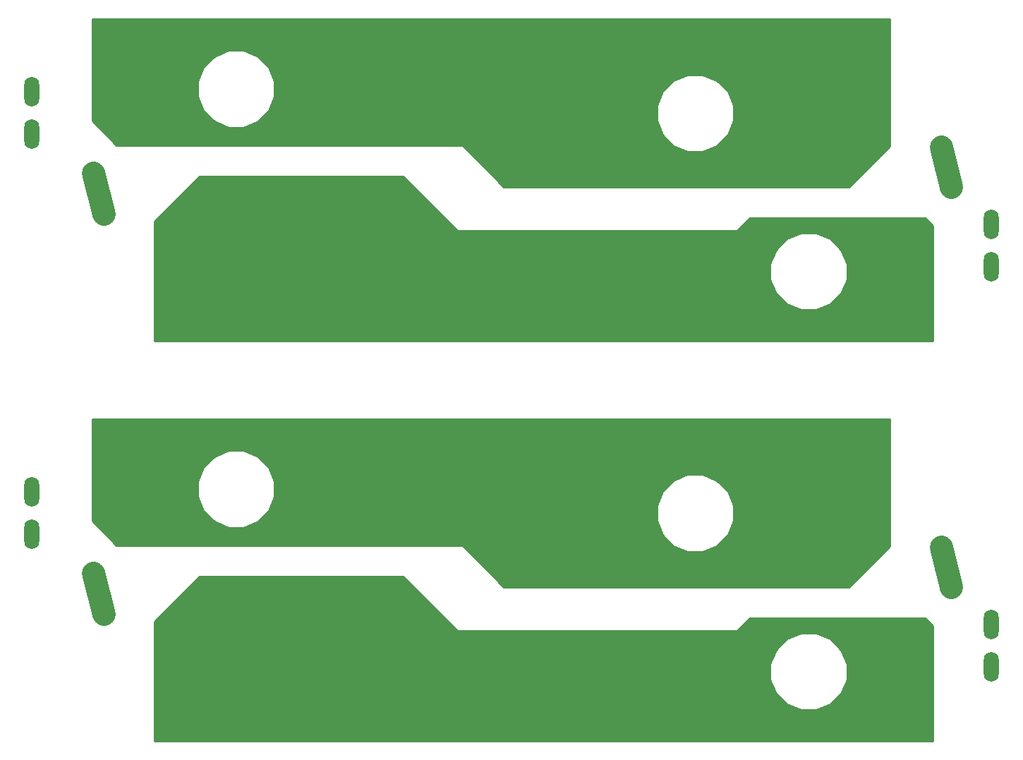
<source format=gbr>
G04 #@! TF.GenerationSoftware,KiCad,Pcbnew,(5.0.0)*
G04 #@! TF.CreationDate,2019-02-27T15:58:09+02:00*
G04 #@! TF.ProjectId,tp_x2_EKA,74705F78325F454B412E6B696361645F,3*
G04 #@! TF.SameCoordinates,Original*
G04 #@! TF.FileFunction,Copper,L2,Bot,Signal*
G04 #@! TF.FilePolarity,Positive*
%FSLAX46Y46*%
G04 Gerber Fmt 4.6, Leading zero omitted, Abs format (unit mm)*
G04 Created by KiCad (PCBNEW (5.0.0)) date 02/27/19 15:58:09*
%MOMM*%
%LPD*%
G01*
G04 APERTURE LIST*
G04 #@! TA.AperFunction,ComponentPad*
%ADD10O,1.800000X3.600000*%
G04 #@! TD*
G04 #@! TA.AperFunction,ComponentPad*
%ADD11O,3.600000X1.800000*%
G04 #@! TD*
G04 #@! TA.AperFunction,ComponentPad*
%ADD12O,8.800000X2.800000*%
G04 #@! TD*
G04 #@! TA.AperFunction,ComponentPad*
%ADD13C,2.800000*%
G04 #@! TD*
G04 #@! TA.AperFunction,Conductor*
%ADD14C,2.800000*%
G04 #@! TD*
G04 #@! TA.AperFunction,ComponentPad*
%ADD15C,2.499360*%
G04 #@! TD*
G04 #@! TA.AperFunction,Conductor*
%ADD16C,0.254000*%
G04 #@! TD*
G04 APERTURE END LIST*
D10*
G04 #@! TO.P,X14,1*
G04 #@! TO.N,/CTRL3B*
X214500000Y-120360000D03*
X214500000Y-125440000D03*
G04 #@! TD*
D11*
G04 #@! TO.P,X26,1*
G04 #@! TO.N,/PH3*
X140660000Y-103900000D03*
X145740000Y-103900000D03*
G04 #@! TD*
D12*
G04 #@! TO.P,V2.1,3*
G04 #@! TO.N,/PH3*
X113619236Y-108634980D03*
D13*
G04 #@! TO.P,V2.1,1*
G04 #@! TO.N,/LD3*
X118307528Y-119296590D03*
D14*
G04 #@! TD*
G04 #@! TO.N,/LD3*
G04 #@! TO.C,V2.1*
X116261533Y-121490651D02*
X120353523Y-117102529D01*
D13*
G04 #@! TO.P,V2.1,2*
G04 #@! TO.N,Net-(D1-Pad1)*
X107389270Y-116635452D03*
D14*
G04 #@! TD*
G04 #@! TO.N,Net-(D1-Pad1)*
G04 #@! TO.C,V2.1*
X106784465Y-114209713D02*
X107994075Y-119061191D01*
D12*
G04 #@! TO.P,V2.2,3*
G04 #@! TO.N,/LD3*
X202880764Y-121465020D03*
D13*
G04 #@! TO.P,V2.2,1*
G04 #@! TO.N,/PH3*
X198192472Y-110803410D03*
D14*
G04 #@! TD*
G04 #@! TO.N,/PH3*
G04 #@! TO.C,V2.2*
X200238467Y-108609349D02*
X196146477Y-112997471D01*
D13*
G04 #@! TO.P,V2.2,2*
G04 #@! TO.N,Net-(D2-Pad1)*
X209110730Y-113464548D03*
D14*
G04 #@! TD*
G04 #@! TO.N,Net-(D2-Pad1)*
G04 #@! TO.C,V2.2*
X209715535Y-115890287D02*
X208505925Y-111038809D01*
D11*
G04 #@! TO.P,X6,1*
G04 #@! TO.N,/LD3*
X171040000Y-125000000D03*
X165960000Y-125000000D03*
G04 #@! TD*
D15*
G04 #@! TO.P,H1,1*
G04 #@! TO.N,/LD3*
X185000000Y-124000000D03*
G04 #@! TD*
G04 #@! TO.P,H1,1*
G04 #@! TO.N,/LD3*
X179000000Y-131000000D03*
G04 #@! TD*
G04 #@! TO.P,H1,1*
G04 #@! TO.N,/LD3*
X161000000Y-131000000D03*
G04 #@! TD*
G04 #@! TO.P,H1,1*
G04 #@! TO.N,/LD3*
X126000000Y-119000000D03*
G04 #@! TD*
G04 #@! TO.P,H1,1*
G04 #@! TO.N,/LD3*
X131000000Y-129000000D03*
G04 #@! TD*
G04 #@! TO.P,H2,1*
G04 #@! TO.N,/PH3*
X190000000Y-111000000D03*
G04 #@! TD*
G04 #@! TO.P,H1,1*
G04 #@! TO.N,/LD3*
X200000000Y-128000000D03*
G04 #@! TD*
G04 #@! TO.P,H2,1*
G04 #@! TO.N,/PH3*
X197000000Y-104000000D03*
G04 #@! TD*
D10*
G04 #@! TO.P,X17,1*
G04 #@! TO.N,/CTRL3A*
X99400000Y-109500000D03*
X99400000Y-104420000D03*
G04 #@! TD*
D13*
G04 #@! TO.P,X5,1*
G04 #@! TO.N,/PH3*
X168000000Y-108000000D03*
X163000000Y-108000000D03*
X158000000Y-108000000D03*
X168000000Y-100900000D03*
X163000000Y-100900000D03*
X158000000Y-100900000D03*
G04 #@! TD*
G04 #@! TO.P,X4,1*
G04 #@! TO.N,/LD3*
X142500000Y-124000000D03*
X147500000Y-124000000D03*
X152500000Y-124000000D03*
X142500000Y-131100000D03*
X147500000Y-131100000D03*
X152500000Y-131100000D03*
G04 #@! TD*
D15*
G04 #@! TO.P,H1,1*
G04 #@! TO.N,/LD3*
X119000000Y-127000000D03*
G04 #@! TD*
G04 #@! TO.P,H2,1*
G04 #@! TO.N,/PH3*
X151000000Y-99000000D03*
G04 #@! TD*
G04 #@! TO.P,H2,1*
G04 #@! TO.N,/PH3*
X133000000Y-99000000D03*
G04 #@! TD*
G04 #@! TO.P,H2,1*
G04 #@! TO.N,/PH3*
X187000000Y-99000000D03*
G04 #@! TD*
G04 #@! TO.P,H2,1*
G04 #@! TO.N,/PH3*
X115000000Y-101000000D03*
G04 #@! TD*
G04 #@! TO.P,H2,1*
G04 #@! TO.N,/PH1*
X115000000Y-53000000D03*
G04 #@! TD*
G04 #@! TO.P,H2,1*
G04 #@! TO.N,/PH1*
X133000000Y-51000000D03*
G04 #@! TD*
G04 #@! TO.P,H2,1*
G04 #@! TO.N,/PH1*
X151000000Y-51000000D03*
G04 #@! TD*
G04 #@! TO.P,H2,1*
G04 #@! TO.N,/PH1*
X187000000Y-51000000D03*
G04 #@! TD*
G04 #@! TO.P,H2,1*
G04 #@! TO.N,/PH1*
X190000000Y-63000000D03*
G04 #@! TD*
G04 #@! TO.P,H1,1*
G04 #@! TO.N,/LD1*
X200000000Y-80000000D03*
G04 #@! TD*
G04 #@! TO.P,H1,1*
G04 #@! TO.N,/LD1*
X185000000Y-76000000D03*
G04 #@! TD*
G04 #@! TO.P,H1,1*
G04 #@! TO.N,/LD1*
X179000000Y-83000000D03*
G04 #@! TD*
G04 #@! TO.P,H1,1*
G04 #@! TO.N,/LD1*
X161000000Y-83000000D03*
G04 #@! TD*
G04 #@! TO.P,H1,1*
G04 #@! TO.N,/LD1*
X131000000Y-81000000D03*
G04 #@! TD*
G04 #@! TO.P,H1,1*
G04 #@! TO.N,/LD1*
X126000000Y-71000000D03*
G04 #@! TD*
D11*
G04 #@! TO.P,X3,1*
G04 #@! TO.N,/LD1*
X165960000Y-77000000D03*
X171040000Y-77000000D03*
G04 #@! TD*
D13*
G04 #@! TO.P,V1.2,2*
G04 #@! TO.N,Net-(D4-Pad1)*
X209110730Y-65464548D03*
D14*
G04 #@! TD*
G04 #@! TO.N,Net-(D4-Pad1)*
G04 #@! TO.C,V1.2*
X209715535Y-67890287D02*
X208505925Y-63038809D01*
D13*
G04 #@! TO.P,V1.2,1*
G04 #@! TO.N,/PH1*
X198192472Y-62803410D03*
D14*
G04 #@! TD*
G04 #@! TO.N,/PH1*
G04 #@! TO.C,V1.2*
X200238467Y-60609349D02*
X196146477Y-64997471D01*
D12*
G04 #@! TO.P,V1.2,3*
G04 #@! TO.N,/LD1*
X202880764Y-73465020D03*
G04 #@! TD*
D13*
G04 #@! TO.P,V1.1,2*
G04 #@! TO.N,Net-(D3-Pad1)*
X107389270Y-68635452D03*
D14*
G04 #@! TD*
G04 #@! TO.N,Net-(D3-Pad1)*
G04 #@! TO.C,V1.1*
X106784465Y-66209713D02*
X107994075Y-71061191D01*
D13*
G04 #@! TO.P,V1.1,1*
G04 #@! TO.N,/LD1*
X118307528Y-71296590D03*
D14*
G04 #@! TD*
G04 #@! TO.N,/LD1*
G04 #@! TO.C,V1.1*
X116261533Y-73490651D02*
X120353523Y-69102529D01*
D12*
G04 #@! TO.P,V1.1,3*
G04 #@! TO.N,/PH1*
X113619236Y-60634980D03*
G04 #@! TD*
D10*
G04 #@! TO.P,X7,1*
G04 #@! TO.N,/CTRL1B*
X214500000Y-77440000D03*
X214500000Y-72360000D03*
G04 #@! TD*
D11*
G04 #@! TO.P,X12,1*
G04 #@! TO.N,/PH1*
X145740000Y-55900000D03*
X140660000Y-55900000D03*
G04 #@! TD*
D10*
G04 #@! TO.P,X9,1*
G04 #@! TO.N,/CTRL1A*
X99400000Y-56420000D03*
X99400000Y-61500000D03*
G04 #@! TD*
D13*
G04 #@! TO.P,X1,1*
G04 #@! TO.N,/LD1*
X152500000Y-83100000D03*
X147500000Y-83100000D03*
X142500000Y-83100000D03*
X152500000Y-76000000D03*
X147500000Y-76000000D03*
X142500000Y-76000000D03*
G04 #@! TD*
G04 #@! TO.P,X2,1*
G04 #@! TO.N,/PH1*
X158000000Y-52900000D03*
X163000000Y-52900000D03*
X168000000Y-52900000D03*
X158000000Y-60000000D03*
X163000000Y-60000000D03*
X168000000Y-60000000D03*
G04 #@! TD*
D15*
G04 #@! TO.P,H1,1*
G04 #@! TO.N,/LD1*
X119000000Y-79000000D03*
G04 #@! TD*
G04 #@! TO.P,H2,1*
G04 #@! TO.N,/PH1*
X197000000Y-56000000D03*
G04 #@! TD*
D16*
G04 #@! TO.N,/PH1*
G36*
X202373000Y-62947394D02*
X197447394Y-67873000D01*
X156052606Y-67873000D01*
X151089803Y-62910197D01*
X151048601Y-62882667D01*
X151000000Y-62873000D01*
X109552606Y-62873000D01*
X106627000Y-59947394D01*
X106627000Y-55178041D01*
X119265000Y-55178041D01*
X119265000Y-57021959D01*
X119970637Y-58725517D01*
X121274483Y-60029363D01*
X122978041Y-60735000D01*
X124821959Y-60735000D01*
X126525517Y-60029363D01*
X127829363Y-58725517D01*
X128097556Y-58078041D01*
X174365000Y-58078041D01*
X174365000Y-59921959D01*
X175070637Y-61625517D01*
X176374483Y-62929363D01*
X178078041Y-63635000D01*
X179921959Y-63635000D01*
X181625517Y-62929363D01*
X182929363Y-61625517D01*
X183635000Y-59921959D01*
X183635000Y-58078041D01*
X182929363Y-56374483D01*
X181625517Y-55070637D01*
X179921959Y-54365000D01*
X178078041Y-54365000D01*
X176374483Y-55070637D01*
X175070637Y-56374483D01*
X174365000Y-58078041D01*
X128097556Y-58078041D01*
X128535000Y-57021959D01*
X128535000Y-55178041D01*
X127829363Y-53474483D01*
X126525517Y-52170637D01*
X124821959Y-51465000D01*
X122978041Y-51465000D01*
X121274483Y-52170637D01*
X119970637Y-53474483D01*
X119265000Y-55178041D01*
X106627000Y-55178041D01*
X106627000Y-47685000D01*
X202373000Y-47685000D01*
X202373000Y-62947394D01*
X202373000Y-62947394D01*
G37*
X202373000Y-62947394D02*
X197447394Y-67873000D01*
X156052606Y-67873000D01*
X151089803Y-62910197D01*
X151048601Y-62882667D01*
X151000000Y-62873000D01*
X109552606Y-62873000D01*
X106627000Y-59947394D01*
X106627000Y-55178041D01*
X119265000Y-55178041D01*
X119265000Y-57021959D01*
X119970637Y-58725517D01*
X121274483Y-60029363D01*
X122978041Y-60735000D01*
X124821959Y-60735000D01*
X126525517Y-60029363D01*
X127829363Y-58725517D01*
X128097556Y-58078041D01*
X174365000Y-58078041D01*
X174365000Y-59921959D01*
X175070637Y-61625517D01*
X176374483Y-62929363D01*
X178078041Y-63635000D01*
X179921959Y-63635000D01*
X181625517Y-62929363D01*
X182929363Y-61625517D01*
X183635000Y-59921959D01*
X183635000Y-58078041D01*
X182929363Y-56374483D01*
X181625517Y-55070637D01*
X179921959Y-54365000D01*
X178078041Y-54365000D01*
X176374483Y-55070637D01*
X175070637Y-56374483D01*
X174365000Y-58078041D01*
X128097556Y-58078041D01*
X128535000Y-57021959D01*
X128535000Y-55178041D01*
X127829363Y-53474483D01*
X126525517Y-52170637D01*
X124821959Y-51465000D01*
X122978041Y-51465000D01*
X121274483Y-52170637D01*
X119970637Y-53474483D01*
X119265000Y-55178041D01*
X106627000Y-55178041D01*
X106627000Y-47685000D01*
X202373000Y-47685000D01*
X202373000Y-62947394D01*
G04 #@! TO.N,/LD1*
G36*
X150410197Y-73089803D02*
X150451399Y-73117333D01*
X150500000Y-73127000D01*
X184000000Y-73127000D01*
X184048601Y-73117333D01*
X184089803Y-73089803D01*
X185552606Y-71627000D01*
X206547394Y-71627000D01*
X207473000Y-72552606D01*
X207473000Y-86315000D01*
X114127000Y-86315000D01*
X114127000Y-77078041D01*
X187965000Y-77078041D01*
X187965000Y-78921959D01*
X188670637Y-80625517D01*
X189974483Y-81929363D01*
X191678041Y-82635000D01*
X193521959Y-82635000D01*
X195225517Y-81929363D01*
X196529363Y-80625517D01*
X197235000Y-78921959D01*
X197235000Y-77078041D01*
X196529363Y-75374483D01*
X195225517Y-74070637D01*
X193521959Y-73365000D01*
X191678041Y-73365000D01*
X189974483Y-74070637D01*
X188670637Y-75374483D01*
X187965000Y-77078041D01*
X114127000Y-77078041D01*
X114127000Y-72052606D01*
X119552606Y-66627000D01*
X143947394Y-66627000D01*
X150410197Y-73089803D01*
X150410197Y-73089803D01*
G37*
X150410197Y-73089803D02*
X150451399Y-73117333D01*
X150500000Y-73127000D01*
X184000000Y-73127000D01*
X184048601Y-73117333D01*
X184089803Y-73089803D01*
X185552606Y-71627000D01*
X206547394Y-71627000D01*
X207473000Y-72552606D01*
X207473000Y-86315000D01*
X114127000Y-86315000D01*
X114127000Y-77078041D01*
X187965000Y-77078041D01*
X187965000Y-78921959D01*
X188670637Y-80625517D01*
X189974483Y-81929363D01*
X191678041Y-82635000D01*
X193521959Y-82635000D01*
X195225517Y-81929363D01*
X196529363Y-80625517D01*
X197235000Y-78921959D01*
X197235000Y-77078041D01*
X196529363Y-75374483D01*
X195225517Y-74070637D01*
X193521959Y-73365000D01*
X191678041Y-73365000D01*
X189974483Y-74070637D01*
X188670637Y-75374483D01*
X187965000Y-77078041D01*
X114127000Y-77078041D01*
X114127000Y-72052606D01*
X119552606Y-66627000D01*
X143947394Y-66627000D01*
X150410197Y-73089803D01*
G04 #@! TO.N,/LD3*
G36*
X150410197Y-121089803D02*
X150451399Y-121117333D01*
X150500000Y-121127000D01*
X184000000Y-121127000D01*
X184048601Y-121117333D01*
X184089803Y-121089803D01*
X185552606Y-119627000D01*
X206547394Y-119627000D01*
X207473000Y-120552606D01*
X207473000Y-134315000D01*
X114127000Y-134315000D01*
X114127000Y-125078041D01*
X187965000Y-125078041D01*
X187965000Y-126921959D01*
X188670637Y-128625517D01*
X189974483Y-129929363D01*
X191678041Y-130635000D01*
X193521959Y-130635000D01*
X195225517Y-129929363D01*
X196529363Y-128625517D01*
X197235000Y-126921959D01*
X197235000Y-125078041D01*
X196529363Y-123374483D01*
X195225517Y-122070637D01*
X193521959Y-121365000D01*
X191678041Y-121365000D01*
X189974483Y-122070637D01*
X188670637Y-123374483D01*
X187965000Y-125078041D01*
X114127000Y-125078041D01*
X114127000Y-120052606D01*
X119552606Y-114627000D01*
X143947394Y-114627000D01*
X150410197Y-121089803D01*
X150410197Y-121089803D01*
G37*
X150410197Y-121089803D02*
X150451399Y-121117333D01*
X150500000Y-121127000D01*
X184000000Y-121127000D01*
X184048601Y-121117333D01*
X184089803Y-121089803D01*
X185552606Y-119627000D01*
X206547394Y-119627000D01*
X207473000Y-120552606D01*
X207473000Y-134315000D01*
X114127000Y-134315000D01*
X114127000Y-125078041D01*
X187965000Y-125078041D01*
X187965000Y-126921959D01*
X188670637Y-128625517D01*
X189974483Y-129929363D01*
X191678041Y-130635000D01*
X193521959Y-130635000D01*
X195225517Y-129929363D01*
X196529363Y-128625517D01*
X197235000Y-126921959D01*
X197235000Y-125078041D01*
X196529363Y-123374483D01*
X195225517Y-122070637D01*
X193521959Y-121365000D01*
X191678041Y-121365000D01*
X189974483Y-122070637D01*
X188670637Y-123374483D01*
X187965000Y-125078041D01*
X114127000Y-125078041D01*
X114127000Y-120052606D01*
X119552606Y-114627000D01*
X143947394Y-114627000D01*
X150410197Y-121089803D01*
G04 #@! TO.N,/PH3*
G36*
X202373000Y-110947394D02*
X197447394Y-115873000D01*
X156052606Y-115873000D01*
X151089803Y-110910197D01*
X151048601Y-110882667D01*
X151000000Y-110873000D01*
X109552606Y-110873000D01*
X106627000Y-107947394D01*
X106627000Y-103178041D01*
X119265000Y-103178041D01*
X119265000Y-105021959D01*
X119970637Y-106725517D01*
X121274483Y-108029363D01*
X122978041Y-108735000D01*
X124821959Y-108735000D01*
X126525517Y-108029363D01*
X127829363Y-106725517D01*
X128097556Y-106078041D01*
X174365000Y-106078041D01*
X174365000Y-107921959D01*
X175070637Y-109625517D01*
X176374483Y-110929363D01*
X178078041Y-111635000D01*
X179921959Y-111635000D01*
X181625517Y-110929363D01*
X182929363Y-109625517D01*
X183635000Y-107921959D01*
X183635000Y-106078041D01*
X182929363Y-104374483D01*
X181625517Y-103070637D01*
X179921959Y-102365000D01*
X178078041Y-102365000D01*
X176374483Y-103070637D01*
X175070637Y-104374483D01*
X174365000Y-106078041D01*
X128097556Y-106078041D01*
X128535000Y-105021959D01*
X128535000Y-103178041D01*
X127829363Y-101474483D01*
X126525517Y-100170637D01*
X124821959Y-99465000D01*
X122978041Y-99465000D01*
X121274483Y-100170637D01*
X119970637Y-101474483D01*
X119265000Y-103178041D01*
X106627000Y-103178041D01*
X106627000Y-95685000D01*
X202373000Y-95685000D01*
X202373000Y-110947394D01*
X202373000Y-110947394D01*
G37*
X202373000Y-110947394D02*
X197447394Y-115873000D01*
X156052606Y-115873000D01*
X151089803Y-110910197D01*
X151048601Y-110882667D01*
X151000000Y-110873000D01*
X109552606Y-110873000D01*
X106627000Y-107947394D01*
X106627000Y-103178041D01*
X119265000Y-103178041D01*
X119265000Y-105021959D01*
X119970637Y-106725517D01*
X121274483Y-108029363D01*
X122978041Y-108735000D01*
X124821959Y-108735000D01*
X126525517Y-108029363D01*
X127829363Y-106725517D01*
X128097556Y-106078041D01*
X174365000Y-106078041D01*
X174365000Y-107921959D01*
X175070637Y-109625517D01*
X176374483Y-110929363D01*
X178078041Y-111635000D01*
X179921959Y-111635000D01*
X181625517Y-110929363D01*
X182929363Y-109625517D01*
X183635000Y-107921959D01*
X183635000Y-106078041D01*
X182929363Y-104374483D01*
X181625517Y-103070637D01*
X179921959Y-102365000D01*
X178078041Y-102365000D01*
X176374483Y-103070637D01*
X175070637Y-104374483D01*
X174365000Y-106078041D01*
X128097556Y-106078041D01*
X128535000Y-105021959D01*
X128535000Y-103178041D01*
X127829363Y-101474483D01*
X126525517Y-100170637D01*
X124821959Y-99465000D01*
X122978041Y-99465000D01*
X121274483Y-100170637D01*
X119970637Y-101474483D01*
X119265000Y-103178041D01*
X106627000Y-103178041D01*
X106627000Y-95685000D01*
X202373000Y-95685000D01*
X202373000Y-110947394D01*
G04 #@! TD*
M02*

</source>
